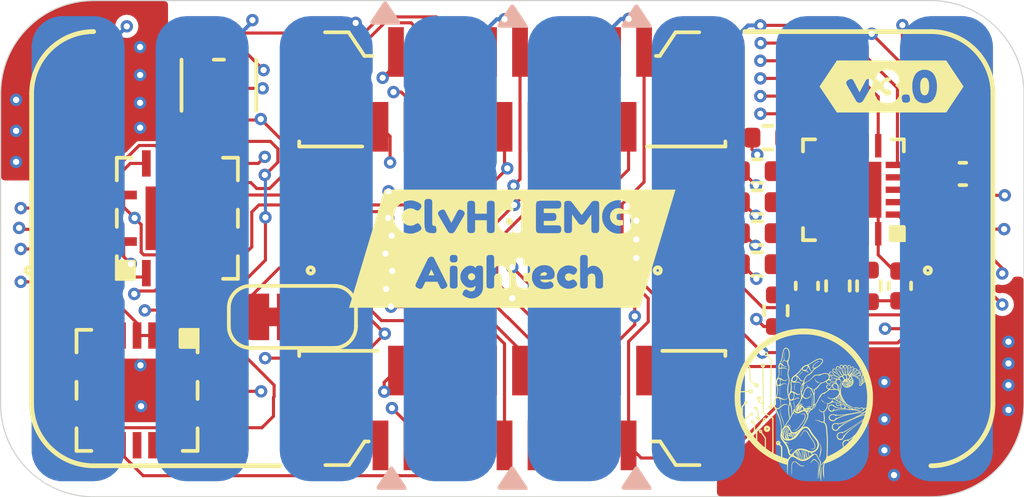
<source format=kicad_pcb>
(kicad_pcb (version 20211014) (generator pcbnew)
  (title_block (title "CleverHand - EMG") (date "2022-10-26") (rev "3.0") (company "Alexis Devillard"))
  (layers (0 "F.Cu" signal "Front") (1 "In1.Cu" signal) (2 "In2.Cu" signal) (31 "B.Cu" signal "Back") (34 "B.Paste" user) (35 "F.Paste" user) (36 "B.SilkS" user "B.Silkscreen") (37 "F.SilkS" user "F.Silkscreen") (38 "B.Mask" user) (39 "F.Mask" user) (44 "Edge.Cuts" user))
  (net 0 "")
  (net 1 "Net-(R1-Pad1)")
  (net 2 "/MCLK")
  (net 3 "Net-(R2-Pad1)")
  (net 4 "/IRQ")
  (net 5 "Net-(R3-Pad1)")
  (net 6 "Net-(R4-Pad1)")
  (net 7 "Net-(R5-Pad1)")
  (net 8 "Net-(U1-Pad2)")
  (net 9 "Net-(D2-Pad3)")
  (net 10 "Net-(R6-Pad1)")
  (net 11 "Net-(R7-Pad1)")
  (net 12 "/SCK")
  (net 13 "/SDI")
  (net 14 "/SDO")
  (net 15 "+3.3VA")
  (net 16 "GNDA")
  (net 17 "/S3")
  (net 18 "/S2")
  (net 19 "Net-(J1-Pad8)")
  (net 20 "Net-(J1-Pad14)")
  (net 21 "Net-(J1-Pad15)")
  (net 29 "/CH0")
  (net 30 "Net-(D1-Pad3)")
  (net 31 "Net-(D3-Pad3)")
  (net 32 "/CH1")
  (net 33 "/CH2")
  (net 34 "/CH3")
  (net 35 "/CH4")
  (net 36 "/CH5")
  (net 37 "/CH6")
  (net 38 "/CH7")
  (net 39 "/cs_adc")
  (net 40 "GND")
  (net 41 "+3.3V")
  (net 42 "/carry1")
  (net 43 "/A2")
  (net 44 "/carry2")
  (net 45 "/A3")
  (net 46 "/S0")
  (net 47 "/A0")
  (net 48 "/S1")
  (net 49 "/carry0")
  (net 50 "/A1")
  (net 51 "Net-(R8-Pad1)")
  (net 52 "/NEO_IN")
  (net 53 "/NEO_OUT")
  (net 54 "/CH_REF")
  (net 55 "Net-(D2-Pad1)")
  (footprint "00_Custom:SN74LVC86ARGYR" (layer "F.Cu") (at 146.7 100.019501 90)
    (fp_text reference "U2" hide)
    (fp_text value "SN74LVC86ARGYR" hide)
  )
  (footprint "00_Custom:neopixel_1515" (layer "F.Cu") (at 152 101 90)
    (fp_text reference "D2" hide)
    (fp_text value "1515" hide)
  )
  (footprint "Jumper:SolderJumper-3_P1.3mm_Bridged12_RoundedPad1.0x1.5mm_NumberLabels" (layer "F.Cu") (at 150.41 103.2)
    (fp_text reference "JP1" hide)
    (fp_text value "1-4_neo_bridge" hide)
  )
  (footprint "00_Custom:neopixel_1515" (layer "F.Cu") (at 142.9 101 90)
    (fp_text reference "D1" hide)
    (fp_text value "1515" hide)
  )
  (footprint "LOGO" (layer "F.Cu") (at 166.91 105.97)
    (fp_text reference "G***" hide)
    (fp_text value "LOGO" hide)
  )
  (footprint "Capacitor_SMD:C_0402_1005Metric" (layer "F.Cu") (at 172.03 98.59)
    (fp_text reference "C3" hide)
    (fp_text value "10uF" hide)
  )
  (footprint "Capacitor_SMD:C_0402_1005Metric" (layer "F.Cu") (at 167 102.2 90)
    (fp_text reference "C2" hide)
    (fp_text value "100nF" hide)
  )
  (footprint "Resistor_SMD:R_0402_1005Metric" (layer "F.Cu") (at 169 102.2 -90)
    (fp_text reference "R7" hide)
    (fp_text value "10R" hide)
  )
  (footprint "00_Custom:SN74LVC1G132DCKR" (layer "F.Cu") (at 148.04 95.73 90)
    (fp_text reference "U5" hide)
    (fp_text value "DCK5" hide)
  )
  (footprint "00_Custom:MCP3564RT-E&slash_NC" (layer "F.Cu") (at 168.5 99.1 180)
    (fp_text reference "U1" hide)
    (fp_text value "MCP3564RT-ENC" hide)
  )
  (footprint "00_Custom:XF2J-1824-12A" (layer "F.Cu") (at 161.749999 94.657 180)
    (fp_text reference "J2" hide)
    (fp_text value "COM_OUT" hide)
  )
  (footprint "Capacitor_SMD:C_0402_1005Metric" (layer "F.Cu") (at 170 102.2 -90)
    (fp_text reference "C1" hide)
    (fp_text value "100nF" hide)
  )
  (footprint "Resistor_SMD:R_0402_1005Metric" (layer "F.Cu") (at 165.4 101.5 180)
    (fp_text reference "R2" hide)
    (fp_text value "10R" hide)
  )
  (footprint "Resistor_SMD:R_0402_1005Metric" (layer "F.Cu") (at 166 103 -90)
    (fp_text reference "R1" hide)
    (fp_text value "10R" hide)
  )
  (footprint "00_Custom:SN74ALVC08RGYR" (layer "F.Cu") (at 145.400001 105.569001 -90)
    (fp_text reference "U4" hide)
    (fp_text value "SN74ALVC08RGYR" hide)
  )
  (footprint "Resistor_SMD:R_0402_1005Metric" (layer "F.Cu") (at 165.4 100.5 180)
    (fp_text reference "R3" hide)
    (fp_text value "10R" hide)
  )
  (footprint "kibuzzard-635971E5" (layer "F.Cu") (at 157.5 101)
    (fp_text reference "kibuzzard-635971E5" hide)
    (fp_text value "G***" hide)
  )
  (footprint "00_Custom:neopixel_1515" (layer "F.Cu") (at 163.19 101 90)
    (fp_text reference "D3" hide)
    (fp_text value "1515" hide)
  )
  (footprint "Resistor_SMD:R_0402_1005Metric" (layer "F.Cu") (at 168 102.2 -90)
    (fp_text reference "R8" hide)
    (fp_text value "10R" hide)
  )
  (footprint "Resistor_SMD:R_0402_1005Metric" (layer "F.Cu") (at 165.74 97.42 180)
    (fp_text reference "R6" hide)
    (fp_text value "10R" hide)
  )
  (footprint "00_Custom:XF2J-1824-12A" (layer "F.Cu") (at 153.250001 107.343)
    (fp_text reference "J1" hide)
    (fp_text value "COM_IN" hide)
  )
  (footprint "kibuzzard-63597494" (layer "F.Cu") (at 169.73 95.77)
    (fp_text reference "kibuzzard-63597494" hide)
    (fp_text value "G***" hide)
  )
  (footprint "Resistor_SMD:R_0402_1005Metric" (layer "F.Cu") (at 165.4 98.5 180)
    (fp_text reference "R5" hide)
    (fp_text value "10R" hide)
  )
  (footprint "Resistor_SMD:R_0402_1005Metric" (layer "F.Cu") (at 165.4 99.5 180)
    (fp_text reference "R4" hide)
    (fp_text value "10R" hide)
  )
  (footprint "00_Custom:neopixel_1515" (layer "F.Cu") (at 171.9 101 90)
    (fp_text reference "D4" hide)
    (fp_text value "1515" hide)
  )
  (gr_poly (pts (xy 157.5 108.1) (xy 157.1 108.7) (xy 157.9 108.7)) (layer "B.SilkS") (width 0.1524) (fill solid))
  (gr_poly (pts (xy 157.5 93.2) (xy 157.1 93.8) (xy 157.9 93.8)) (layer "B.SilkS") (width 0.1524) (fill solid))
  (gr_poly (pts (xy 161.5 93.2) (xy 161.1 93.8) (xy 161.9 93.8)) (layer "B.SilkS") (width 0.1524) (fill solid))
  (gr_poly (pts (xy 153.6 108.1) (xy 153.2 108.7) (xy 154 108.7)) (layer "B.SilkS") (width 0.1524) (fill solid))
  (gr_poly (pts (xy 161.5 108.1) (xy 161.1 108.7) (xy 161.9 108.7)) (layer "B.SilkS") (width 0.1524) (fill solid))
  (gr_poly (pts (xy 153.4 93.1) (xy 153 93.7) (xy 153.8 93.7)) (layer "B.SilkS") (width 0.1524) (fill solid))
  (gr_arc (start 144.000006 108) (mid 142.585789 107.414216) (end 142.000006 106) (layer "F.SilkS") (width 0.1524))
  (gr_line (start 150 108) (end 144.000006 108) (layer "F.SilkS") (width 0.1524))
  (gr_arc (start 171 94) (mid 172.414214 94.585786) (end 173 96) (layer "F.SilkS") (width 0.1524))
  (gr_arc (start 173 106) (mid 172.414216 107.414216) (end 171 108) (layer "F.SilkS") (width 0.1524))
  (gr_line (start 171 94) (end 165 94) (layer "F.SilkS") (width 0.1524))
  (gr_line (start 142.000006 106) (end 142 96) (layer "F.SilkS") (width 0.1524))
  (gr_arc (start 142 96) (mid 142.585784 94.585784) (end 144 94) (layer "F.SilkS") (width 0.1524))
  (gr_line (start 173 106) (end 173 96) (layer "F.SilkS") (width 0.1524))
  (gr_arc (start 144 109) (mid 141.87868 108.12132) (end 141 106) (layer "Edge.Cuts") (width 0.0381))
  (gr_line (start 174 96) (end 174 106) (layer "Edge.Cuts") (width 0.0381))
  (gr_line (start 144 93) (end 171 93) (layer "Edge.Cuts") (width 0.0381))
  (gr_arc (start 141 96) (mid 141.87868 93.87868) (end 144 93) (layer "Edge.Cuts") (width 0.0381))
  (gr_line (start 141 106) (end 141 96) (layer "Edge.Cuts") (width 0.0381))
  (gr_arc (start 174 106) (mid 173.12132 108.12132) (end 171 109) (layer "Edge.Cuts") (width 0.0381))
  (gr_arc (start 171 93) (mid 173.12132 93.87868) (end 174 96) (layer "Edge.Cuts") (width 0.0381))
  (gr_line (start 171 109) (end 144 109) (layer "Edge.Cuts") (width 0.0381))
  (segment (start 166.38 102.11) (end 166 102.49) (width 0.1) (layer "F.Cu") (net 1))
  (segment (start 167.699999 100.52) (end 167.422602 100.52) (width 0.1) (layer "F.Cu") (net 1))
  (segment (start 166.38 101.562602) (end 166.38 102.11) (width 0.1) (layer "F.Cu") (net 1))
  (segment (start 167.422602 100.52) (end 166.38 101.562602) (width 0.1) (layer "F.Cu") (net 1))
  (segment (start 165.61 103.51) (end 165.37 103.27) (width 0.1) (layer "F.Cu") (net 2))
  (segment (start 157 102.1) (end 157 100.763062) (width 0.1) (layer "F.Cu") (net 2))
  (segment (start 157.5 102.6) (end 158.75 103.85) (width 0.1) (layer "F.Cu") (net 2))
  (segment (start 158.75 103.85) (end 158.75 104.93) (width 0.1) (layer "F.Cu") (net 2))
  (segment (start 166 103.51) (end 165.61 103.51) (width 0.1) (layer "F.Cu") (net 2))
  (segment (start 157 100.763062) (end 158.75 99.013062) (width 0.1) (layer "F.Cu") (net 2))
  (segment (start 157.5 102.6) (end 157 102.1) (width 0.1) (layer "F.Cu") (net 2))
  (segment (start 158.75 99.013062) (end 158.75 94.657) (width 0.1) (layer "F.Cu") (net 2))
  (via (at 157.5 102.6) (size 0.4) (drill 0.2) (layers "F.Cu" "B.Cu") (net 2))
  (via (at 165.37 103.27) (size 0.4) (drill 0.2) (layers "F.Cu" "B.Cu") (net 2))
  (segment (start 165.91 101.5) (end 167.08 100.33) (width 0.1) (layer "F.Cu") (net 3))
  (segment (start 167.08 100.33) (end 167.08 99.900001) (width 0.1) (layer "F.Cu") (net 3))
  (segment (start 157.5 100.8) (end 159.249999 99.050001) (width 0.1) (layer "F.Cu") (net 4))
  (segment (start 159.249999 99.050001) (end 159.249999 97.07) (width 0.1) (layer "F.Cu") (net 4))
  (segment (start 165.37 101.97) (end 164.9 101.5) (width 0.1) (layer "F.Cu") (net 4))
  (segment (start 157.5 101.6) (end 159.249999 103.349999) (width 0.1) (layer "F.Cu") (net 4))
  (segment (start 159.249999 103.349999) (end 159.249999 107.343) (width 0.1) (layer "F.Cu") (net 4))
  (segment (start 157.5 101.6) (end 157.5 100.8) (width 0.1) (layer "F.Cu") (net 4))
  (segment (start 164.9 101.5) (end 164.89 101.5) (width 0.1) (layer "F.Cu") (net 4))
  (via (at 157.5 101.6) (size 0.4) (drill 0.2) (layers "F.Cu" "B.Cu") (net 4))
  (via (at 165.37 101.97) (size 0.4) (drill 0.2) (layers "F.Cu" "B.Cu") (net 4))
  (segment (start 166.510901 99.899099) (end 166.510901 99.607501) (width 0.1) (layer "F.Cu") (net 5))
  (segment (start 166.618403 99.499999) (end 167.08 99.499999) (width 0.1) (layer "F.Cu") (net 5))
  (segment (start 166.510901 99.607501) (end 166.618403 99.499999) (width 0.1) (layer "F.Cu") (net 5))
  (segment (start 165.91 100.5) (end 166.510901 99.899099) (width 0.1) (layer "F.Cu") (net 5))
  (segment (start 165.91 99.5) (end 166.23 99.5) (width 0.1) (layer "F.Cu") (net 6))
  (segment (start 166.23 99.5) (end 166.63 99.1) (width 0.1) (layer "F.Cu") (net 6))
  (segment (start 166.63 99.1) (end 167.08 99.1) (width 0.1) (layer "F.Cu") (net 6))
  (segment (start 166.370001 98.700001) (end 167.08 98.700001) (width 0.1) (layer "F.Cu") (net 7))
  (segment (start 165.91 98.5) (end 166.17 98.5) (width 0.1) (layer "F.Cu") (net 7))
  (segment (start 166.17 98.5) (end 166.370001 98.700001) (width 0.1) (layer "F.Cu") (net 7))
  (segment (start 169.92 99.499999) (end 170.640001 99.499999) (width 0.1) (layer "F.Cu") (net 8))
  (segment (start 170.640001 99.499999) (end 171.55 98.59) (width 0.1) (layer "F.Cu") (net 8))
  (segment (start 161.5 101.3) (end 162.391999 101.3) (width 0.1) (layer "F.Cu") (net 9))
  (segment (start 153.61 100.58) (end 152.678001 100.58) (width 0.1) (layer "F.Cu") (net 9))
  (segment (start 162.391999 101.3) (end 162.715 101.623001) (width 0.1) (layer "F.Cu") (net 9))
  (segment (start 152.678001 100.58) (end 152.475 100.376999) (width 0.1) (layer "F.Cu") (net 9))
  (via (at 153.61 100.58) (size 0.4) (drill 0.2) (layers "F.Cu" "B.Cu") (net 9))
  (via (at 161.5 101.3) (size 0.4) (drill 0.2) (layers "F.Cu" "B.Cu") (net 9))
  (segment (start 167.08 98.299999) (end 166.25 97.469999) (width 0.1) (layer "F.Cu") (net 10))
  (segment (start 166.25 97.469999) (end 166.25 97.42) (width 0.1) (layer "F.Cu") (net 10))
  (segment (start 168.899999 101.589999) (end 169 101.69) (width 0.1) (layer "F.Cu") (net 11))
  (segment (start 168.899999 100.52) (end 168.899999 101.589999) (width 0.1) (layer "F.Cu") (net 11))
  (segment (start 156.1 99.65) (end 156.1 102.918901) (width 0.1) (layer "F.Cu") (net 12))
  (segment (start 156.1 102.918901) (end 157.250001 104.068902) (width 0.1) (layer "F.Cu") (net 12))
  (segment (start 165.36 98.96) (end 164.9 98.5) (width 0.1) (layer "F.Cu") (net 12))
  (segment (start 157.25 98.32) (end 157.25 97.07) (width 0.1) (layer "F.Cu") (net 12))
  (segment (start 157.34 98.41) (end 156.1 99.65) (width 0.1) (layer "F.Cu") (net 12))
  (segment (start 157.250001 104.068902) (end 157.250001 107.343) (width 0.1) (layer "F.Cu") (net 12))
  (segment (start 157.34 98.41) (end 157.25 98.32) (width 0.1) (layer "F.Cu") (net 12))
  (segment (start 164.9 98.5) (end 164.89 98.5) (width 0.1) (layer "F.Cu") (net 12))
  (via (at 157.34 98.41) (size 0.4) (drill 0.2) (layers "F.Cu" "B.Cu") (net 12))
  (via (at 165.36 98.96) (size 0.4) (drill 0.2) (layers "F.Cu" "B.Cu") (net 12))
  (segment (start 157.749999 98.760001) (end 157.749999 94.657) (width 0.1) (layer "F.Cu") (net 13))
  (segment (start 164.91 99.5) (end 164.89 99.5) (width 0.1) (layer "F.Cu") (net 13))
  (segment (start 157.54 98.97) (end 156.4 100.11) (width 0.1) (layer "F.Cu") (net 13))
  (segment (start 157.75 104.262017) (end 157.75 104.93) (width 0.1) (layer "F.Cu") (net 13))
  (segment (start 165.35 99.94) (end 164.91 99.5) (width 0.1) (layer "F.Cu") (net 13))
  (segment (start 156.4 100.11) (end 156.4 102.912017) (width 0.1) (layer "F.Cu") (net 13))
  (segment (start 157.54 98.97) (end 157.749999 98.760001) (width 0.1) (layer "F.Cu") (net 13))
  (segment (start 156.4 102.912017) (end 157.75 104.262017) (width 0.1) (layer "F.Cu") (net 13))
  (via (at 165.35 99.94) (size 0.4) (drill 0.2) (layers "F.Cu" "B.Cu") (net 13))
  (via (at 157.54 98.97) (size 0.4) (drill 0.2) (layers "F.Cu" "B.Cu") (net 13))
  (segment (start 157.56 99.59) (end 158.249999 98.900001) (width 0.1) (layer "F.Cu") (net 14))
  (segment (start 158.249999 97.070002) (end 158.250001 97.07) (width 0.1) (layer "F.Cu") (net 14))
  (segment (start 156.7 100.45) (end 156.7 102.573062) (width 0.1) (layer "F.Cu") (net 14))
  (segment (start 158.249999 104.109999) (end 158.249999 107.343) (width 0.1) (layer "F.Cu") (net 14))
  (segment (start 157.3435 103.2035) (end 158.249999 104.109999) (width 0.1) (layer "F.Cu") (net 14))
  (segment (start 156.7 102.573062) (end 157.330438 103.2035) (width 0.1) (layer "F.Cu") (net 14))
  (segment (start 158.249999 98.900001) (end 158.249999 97.070002) (width 0.1) (layer "F.Cu") (net 14))
  (segment (start 165.34 100.91) (end 164.93 100.5) (width 0.1) (layer "F.Cu") (net 14))
  (segment (start 164.93 100.5) (end 164.89 100.5) (width 0.1) (layer "F.Cu") (net 14))
  (segment (start 157.330438 103.2035) (end 157.3435 103.2035) (width 0.1) (layer "F.Cu") (net 14))
  (segment (start 157.56 99.59) (end 156.7 100.45) (width 0.1) (layer "F.Cu") (net 14))
  (via (at 165.34 100.91) (size 0.4) (drill 0.2) (layers "F.Cu" "B.Cu") (net 14))
  (via (at 157.56 99.59) (size 0.4) (drill 0.2) (layers "F.Cu" "B.Cu") (net 14))
  (segment (start 162.17 104.93) (end 162.5521 104.5479) (width 0.1) (layer "F.Cu") (net 15))
  (segment (start 169.03 102.68) (end 169 102.71) (width 0.1) (layer "F.Cu") (net 15))
  (segment (start 162.27 102.683062) (end 161.04 101.453062) (width 0.1) (layer "F.Cu") (net 15))
  (segment (start 170 102.68) (end 169.03 102.68) (width 0.1) (layer "F.Cu") (net 15))
  (segment (start 161.749999 104.93) (end 162.17 104.93) (width 0.1) (layer "F.Cu") (net 15))
  (segment (start 162.27 104.409999) (end 162.27 102.683062) (width 0.1) (layer "F.Cu") (net 15))
  (segment (start 162.5521 104.5479) (end 164.2479 104.5479) (width 0.1) (layer "F.Cu") (net 15))
  (segment (start 161.749999 98.850001) (end 161.749999 94.657) (width 0.1) (layer "F.Cu") (net 15))
  (segment (start 166.91 104.8) (end 169 102.71) (width 0.1) (layer "F.Cu") (net 15))
  (segment (start 161.749999 104.93) (end 162.27 104.409999) (width 0.1) (layer "F.Cu") (net 15))
  (segment (start 164.2479 104.5479) (end 164.5 104.8) (width 0.1) (layer "F.Cu") (net 15))
  (segment (start 161.04 101.453062) (end 161.04 99.56) (width 0.1) (layer "F.Cu") (net 15))
  (segment (start 164.5 104.8) (end 166.91 104.8) (width 0.1) (layer "F.Cu") (net 15))
  (segment (start 161.04 99.56) (end 161.749999 98.850001) (width 0.1) (layer "F.Cu") (net 15))
  (segment (start 164.353358 107.7505) (end 161.6575 107.7505) (width 0.1) (layer "F.Cu") (net 16))
  (segment (start 161.8835 103.359562) (end 161.8835 102.603446) (width 0.1) (layer "F.Cu") (net 16))
  (segment (start 169.300001 101.200001) (end 169.82 101.72) (width 0.1) (layer "F.Cu") (net 16))
  (segment (start 171.59598 99.25) (end 171.031 99.81498) (width 0.1) (layer "F.Cu") (net 16))
  (segment (start 170 101.72) (end 170.54 102.26) (width 0.1) (layer "F.Cu") (net 16))
  (segment (start 161.25 98.45) (end 161.25 97.07) (width 0.1) (layer "F.Cu") (net 16))
  (segment (start 160.823 98.877) (end 161.25 98.45) (width 0.1) (layer "F.Cu") (net 16))
  (segment (start 169.82 101.72) (end 170 101.72) (width 0.1) (layer "F.Cu") (net 16))
  (segment (start 170.271572 103.1335) (end 168.970358 103.1335) (width 0.1) (layer "F.Cu") (net 16))
  (segment (start 169.300001 99.900001) (end 168.5 99.1) (width 0.1) (layer "F.Cu") (net 16))
  (segment (start 161.8835 102.603446) (end 160.823 101.542946) (width 0.1) (layer "F.Cu") (net 16))
  (segment (start 170.54 102.26) (end 170.54 102.865072) (width 0.1) (layer "F.Cu") (net 16))
  (segment (start 161.25 107.343) (end 161.25 103.993062) (width 0.1) (layer "F.Cu") (net 16))
  (segment (start 171.031 99.81498) (end 171.031 102.939) (width 0.1) (layer "F.Cu") (net 16))
  (segment (start 161.25 103.993062) (end 161.8835 103.359562) (width 0.1) (layer "F.Cu") (net 16))
  (segment (start 170.54 102.865072) (end 170.271572 103.1335) (width 0.1) (layer "F.Cu") (net 16))
  (segment (start 161.6575 107.7505) (end 161.25 107.343) (width 0.1) (layer "F.Cu") (net 16))
  (segment (start 169.300001 100.52) (end 169.300001 101.200001) (width 0.1) (layer "F.Cu") (net 16))
  (segment (start 168.970358 103.1335) (end 164.353358 107.7505) (width 0.1) (layer "F.Cu") (net 16))
  (segment (start 169.93 104.04) (end 168.08 104.04) (width 0.1) (layer "F.Cu") (net 16))
  (segment (start 171.85 99.25) (end 171.59598 99.25) (width 0.1) (layer "F.Cu") (net 16))
  (segment (start 160.823 101.542946) (end 160.823 98.877) (width 0.1) (layer "F.Cu") (net 16))
  (segment (start 171.031 102.939) (end 169.93 104.04) (width 0.1) (layer "F.Cu") (net 16))
  (segment (start 169.300001 100.52) (end 169.300001 99.900001) (width 0.1) (layer "F.Cu") (net 16))
  (segment (start 172.51 98.59) (end 171.85 99.25) (width 0.1) (layer "F.Cu") (net 16))
  (segment (start 152.65 94.45) (end 152.65 97.1835) (width 0.1) (layer "F.Cu") (net 17))
  (segment (start 153.3831 93.7169) (end 152.65 94.45) (width 0.1) (layer "F.Cu") (net 17))
  (segment (start 154.75 94.657) (end 154.75 94.23) (width 0.1) (layer "F.Cu") (net 17))
  (segment (start 150.564 99.2695) (end 148.431 99.2695) (width 0.1) (layer "F.Cu") (net 17))
  (segment (start 154.75 94.23) (end 154.2369 93.7169) (width 0.1) (layer "F.Cu") (net 17))
  (segment (start 154.2369 93.7169) (end 153.3831 93.7169) (width 0.1) (layer "F.Cu") (net 17))
  (segment (start 152.65 97.1835) (end 150.564 99.2695) (width 0.1) (layer "F.Cu") (net 17))
  (segment (start 152.18223 94.0462) (end 146.6738 94.0462) (width 0.1) (layer "F.Cu") (net 18))
  (segment (start 146.5 94.22) (end 146.5 98.0505) (width 0.1) (layer "F.Cu") (net 18))
  (segment (start 152.62397 94.14) (end 152.27603 94.14) (width 0.1) (layer "F.Cu") (net 18))
  (segment (start 153.23707 93.5269) (end 152.62397 94.14) (width 0.1) (layer "F.Cu") (net 18))
  (segment (start 155.249999 97.07) (end 155.249999 93.721899) (width 0.1) (layer "F.Cu") (net 18))
  (segment (start 155.249999 93.721899) (end 155.055 93.5269) (width 0.1) (layer "F.Cu") (net 18))
  (segment (start 152.27603 94.14) (end 152.18223 94.0462) (width 0.1) (layer "F.Cu") (net 18))
  (segment (start 146.5 98.0505) (end 146.7 98.2505) (width 0.1) (layer "F.Cu") (net 18))
  (segment (start 146.6738 94.0462) (end 146.5 94.22) (width 0.1) (layer "F.Cu") (net 18))
  (segment (start 155.055 93.5269) (end 153.23707 93.5269) (width 0.1) (layer "F.Cu") (net 18))
  (segment (start 156.749999 103.875784) (end 155.8 102.925785) (width 0.1) (layer "F.Cu") (net 19))
  (segment (start 156.749999 104.93) (end 156.749999 103.875784) (width 0.1) (layer "F.Cu") (net 19))
  (segment (start 156.6575 98.5425) (end 156.6575 94.749501) (width 0.1) (layer "F.Cu") (net 19))
  (segment (start 156.6575 94.749501) (end 156.750001 94.657) (width 0.1) (layer "F.Cu") (net 19))
  (segment (start 155.8 99.4) (end 156.6575 98.5425) (width 0.1) (layer "F.Cu") (net 19))
  (segment (start 155.8 102.925785) (end 155.8 99.4) (width 0.1) (layer "F.Cu") (net 19))
  (segment (start 159.750001 104.93) (end 159.75 94.657) (width 0.1) (layer "F.Cu") (net 20))
  (segment (start 160.25 107.343) (end 160.249999 97.07) (width 0.1) (layer "F.Cu") (net 21))
  (segment (start 171 98.6) (end 170.5 99.1) (width 0.1) (layer "F.Cu") (net 29))
  (segment (start 170.5 99.1) (end 169.92 99.1) (width 0.1) (layer "F.Cu") (net 29))
  (segment (start 170.08 93.79) (end 170.08 94.28) (width 0.1) (layer "F.Cu") (net 29))
  (segment (start 171 95.2) (end 171 98.6) (width 0.1) (layer "F.Cu") (net 29))
  (segment (start 170.08 94.28) (end 171 95.2) (width 0.1) (layer "F.Cu") (net 29))
  (via (at 170.08 93.79) (size 0.4) (drill 0.2) (layers "F.Cu" "B.Cu") (net 29))
  (segment (start 170.08 93.79) (end 170.4 94.11) (width 0.127) (layer "B.Cu") (net 29))
  (segment (start 142.757799 101.01) (end 143.375 100.392799) (width 0.1) (layer "F.Cu") (net 30))
  (segment (start 150.13 104.53) (end 150.41 104.25) (width 0.1) (layer "F.Cu") (net 30))
  (segment (start 141.65 101.01) (end 142.757799 101.01) (width 0.1) (layer "F.Cu") (net 30))
  (segment (start 143.375 100.392799) (end 143.375 100.376999) (width 0.1) (layer "F.Cu") (net 30))
  (segment (start 150.41 104.25) (end 150.41 103.2) (width 0.1) (layer "F.Cu") (net 30))
  (segment (start 149.53 104.53) (end 150.13 104.53) (width 0.1) (layer "F.Cu") (net 30))
  (via (at 141.65 101.01) (size 0.4) (drill 0.2) (layers "F.Cu" "B.Cu") (net 30))
  (via (at 149.53 104.53) (size 0.4) (drill 0.2) (layers "F.Cu" "B.Cu") (net 30))
  (segment (start 171.9968 101.051201) (end 171.425 101.623001) (width 0.1) (layer "F.Cu") (net 31))
  (segment (start 173.3 101.8) (end 173.3 101.630202) (width 0.1) (layer "F.Cu") (net 31))
  (segment (start 163.665 100.376999) (end 163.0932 99.805199) (width 0.1) (layer "F.Cu") (net 31))
  (segment (start 161.794801 99.805199) (end 161.5 100.1) (width 0.1) (layer "F.Cu") (net 31))
  (segment (start 163.0932 99.805199) (end 161.794801 99.805199) (width 0.1) (layer "F.Cu") (net 31))
  (segment (start 172.720999 101.051201) (end 171.9968 101.051201) (width 0.1) (layer "F.Cu") (net 31))
  (segment (start 173.3 101.630202) (end 172.720999 101.051201) (width 0.1) (layer "F.Cu") (net 31))
  (via (at 161.5 100.1) (size 0.4) (drill 0.2) (layers "F.Cu" "B.Cu") (net 31))
  (via (at 173.3 101.8) (size 0.4) (drill 0.2) (layers "F.Cu" "B.Cu") (net 31))
  (segment (start 170.6 95.58) (end 170.6 98.5256) (width 0.1) (layer "F.Cu") (net 32))
  (segment (start 169.09 94.07) (end 170.6 95.58) (width 0.1) (layer "F.Cu") (net 32))
  (segment (start 170.425599 98.700001) (end 169.92 98.700001) (width 0.1) (layer "F.Cu") (net 32))
  (segment (start 170.6 98.5256) (end 170.425599 98.700001) (width 0.1) (layer "F.Cu") (net 32))
  (via (at 169.09 94.07) (size 0.4) (drill 0.2) (layers "F.Cu" "B.Cu") (net 32))
  (segment (start 168.86 94.3) (end 168.7 94.3) (width 0.127) (layer "B.Cu") (net 32))
  (segment (start 169.09 94.07) (end 168.86 94.3) (width 0.127) (layer "B.Cu") (net 32))
  (segment (start 169.92 98.299999) (end 169.92 95.82) (width 0.1) (layer "F.Cu") (net 33))
  (segment (start 167.9 93.8) (end 165.5 93.8) (width 0.1) (layer "F.Cu") (net 33))
  (segment (start 169.7 95.6) (end 167.9 93.8) (width 0.1) (layer "F.Cu") (net 33))
  (segment (start 169.92 95.82) (end 169.7 95.6) (width 0.1) (layer "F.Cu") (net 33))
  (via (at 165.5 93.8) (size 0.4) (drill 0.2) (layers "F.Cu" "B.Cu") (net 33))
  (segment (start 165.1 93.8) (end 164.5 94.4) (width 0.127) (layer "B.Cu") (net 33))
  (segment (start 165.5 93.8) (end 165.1 93.8) (width 0.127) (layer "B.Cu") (net 33))
  (segment (start 167.57 94.37) (end 169.300001 96.100001) (width 0.1) (layer "F.Cu") (net 34))
  (segment (start 169.300001 96.100001) (end 169.300001 97.68) (width 0.1) (layer "F.Cu") (net 34))
  (segment (start 165.51 94.37) (end 167.57 94.37) (width 0.1) (layer "F.Cu") (net 34))
  (via (at 165.51 94.37) (size 0.4) (drill 0.2) (layers "F.Cu" "B.Cu") (net 34))
  (via (at 161.25 93.59) (size 0.4) (drill 0.2) (layers "F.Cu" "B.Cu") (net 34))
  (segment (start 161.01 93.59) (end 160.45 94.15) (width 0.127) (layer "B.Cu") (net 34))
  (segment (start 161.25 93.59) (end 161.01 93.59) (width 0.127) (layer "B.Cu") (net 34))
  (segment (start 165.5 94.94) (end 167.34 94.94) (width 0.1) (layer "F.Cu") (net 35))
  (segment (start 168.899999 96.499999) (end 168.899999 97.68) (width 0.1) (layer "F.Cu") (net 35))
  (segment (start 167.34 94.94) (end 168.899999 96.499999) (width 0.1) (layer "F.Cu") (net 35))
  (via (at 157.25 93.6) (size 0.4) (drill 0.2) (layers "F.Cu" "B.Cu") (net 35))
  (via (at 165.5 94.94) (size 0.4) (drill 0.2) (layers "F.Cu" "B.Cu") (net 35))
  (segment (start 157.25 93.6) (end 157 93.6) (width 0.127) (layer "B.Cu") (net 35))
  (segment (start 157 93.6) (end 156.4 94.2) (width 0.127) (layer "B.Cu") (net 35))
  (segment (start 165.5 95.51) (end 167.11 95.51) (width 0.1) (layer "F.Cu") (net 36))
  (segment (start 168.5 96.9) (end 168.5 97.68) (width 0.1) (layer "F.Cu") (net 36))
  (segment (start 167.11 95.51) (end 168.5 96.9) (width 0.1) (layer "F.Cu") (net 36))
  (via (at 165.5 95.51) (size 0.4) (drill 0.2) (layers "F.Cu" "B.Cu") (net 36))
  (via (at 152.45 93.72) (size 0.4) (drill 0.2) (layers "F.Cu" "B.Cu") (net 36))
  (segment (start 152.45 93.97) (end 152.39 94.03) (width 0.127) (layer "B.Cu") (net 36))
  (segment (start 152.45 93.72) (end 152.45 93.97) (width 0.127) (layer "B.Cu") (net 36))
  (segment (start 165.5 96.08) (end 166.98 96.08) (width 0.1) (layer "F.Cu") (net 37))
  (segment (start 166.98 96.08) (end 168.100001 97.200001) (width 0.1) (layer "F.Cu") (net 37))
  (segment (start 168.100001 97.200001) (end 168.100001 97.68) (width 0.1) (layer "F.Cu") (net 37))
  (via (at 149.12 93.63) (size 0.4) (drill 0.2) (layers "F.Cu" "B.Cu") (net 37))
  (via (at 165.5 96.08) (size 0.4) (drill 0.2) (layers "F.Cu" "B.Cu") (net 37))
  (segment (start 149.12 93.68) (end 148.4 94.4) (width 0.127) (layer "B.Cu") (net 37))
  (segment (start 149.12 93.63) (end 149.12 93.68) (width 0.127) (layer "B.Cu") (net 37))
  (segment (start 165.5 96.65) (end 166.85 96.65) (width 0.1) (layer "F.Cu") (net 38))
  (segment (start 167.699999 97.499999) (end 167.699999 97.68) (width 0.1) (layer "F.Cu") (net 38))
  (segment (start 166.85 96.65) (end 167.699999 97.499999) (width 0.1) (layer "F.Cu") (net 38))
  (via (at 145.07 93.83) (size 0.4) (drill 0.2) (layers "F.Cu" "B.Cu") (net 38))
  (via (at 165.5 96.65) (size 0.4) (drill 0.2) (layers "F.Cu" "B.Cu") (net 38))
  (segment (start 145.07 93.83) (end 144.6 94.3) (width 0.127) (layer "B.Cu") (net 38))
  (segment (start 165.23 97.42) (end 165.23 97.8) (width 0.1) (layer "F.Cu") (net 39))
  (segment (start 149.48 95.24) (end 148.848849 94.608849) (width 0.1) (layer "F.Cu") (net 39))
  (segment (start 165.23 97.8) (end 165.4 97.97) (width 0.1) (layer "F.Cu") (net 39))
  (segment (start 148.848849 94.608849) (end 148.689999 94.608849) (width 0.1) (layer "F.Cu") (net 39))
  (via (at 165.4 97.97) (size 0.4) (drill 0.2) (layers "F.Cu" "B.Cu") (net 39))
  (via (at 149.48 95.24) (size 0.4) (drill 0.2) (layers "F.Cu" "B.Cu") (net 39))
  (segment (start 167.52 101.2) (end 167 101.72) (width 0.1) (layer "F.Cu") (net 40))
  (segment (start 145.400001 104.869999) (end 145.400001 105.569001) (width 0.1) (layer "F.Cu") (net 40))
  (segment (start 167 101.79) (end 166.46 102.33) (width 0.1) (layer "F.Cu") (net 40))
  (segment (start 163.967799 100.96) (end 163.298001 100.96) (width 0.1) (layer "F.Cu") (net 40))
  (segment (start 147.849501 98.87) (end 146.7 100.019501) (width 0.1) (layer "F.Cu") (net 40))
  (segment (start 168.100001 101.025599) (end 167.9256 101.2) (width 0.1) (layer "F.Cu") (net 40))
  (segment (start 172.521999 99.28) (end 173.38 99.28) (width 0.1) (layer "F.Cu") (net 40))
  (segment (start 167.9256 101.2) (end 167.52 101.2) (width 0.1) (layer "F.Cu") (net 40))
  (segment (start 146.7 100.019501) (end 147.450001 100.769502) (width 0.1) (layer "F.Cu") (net 40))
  (segment (start 150.13 97.56) (end 150.13 98.60397) (width 0.1) (layer "F.Cu") (net 40))
  (segment (start 153.5 100.01) (end 153.295199 99.805199) (width 0.1) (layer "F.Cu") (net 40))
  (segment (start 161.5 100.7) (end 161.823001 100.376999) (width 0.1) (layer "F.Cu") (net 40))
  (segment (start 145.51 104.76) (end 145.400001 104.869999) (width 0.1) (layer "F.Cu") (net 40))
  (segment (start 141.644999 100.376999) (end 142.425 100.376999) (width 0.1) (layer "F.Cu") (net 40))
  (segment (start 149.26 99.06) (end 149.07 98.87) (width 0.1) (layer "F.Cu") (net 40))
  (segment (start 153.295199 99.805199) (end 152.0968 99.805199) (width 0.1) (layer "F.Cu") (net 40))
  (segment (start 143.669001 104.819) (end 144.65 104.819) (width 0.1) (layer "F.Cu") (net 40))
  (segment (start 161.823001 100.376999) (end 162.715 100.376999) (width 0.1) (layer "F.Cu") (net 40))
  (segment (start 163.298001 100.96) (end 162.715 100.376999) (width 0.1) (layer "F.Cu") (net 40))
  (segment (start 164.059 101.051201) (end 163.967799 100.96) (width 0.1) (layer "F.Cu") (net 40))
  (segment (start 165.581091 102.9) (end 164.059 101.377909) (width 0.1) (layer "F.Cu") (net 40))
  (segment (start 166.46 102.33) (end 166.46 102.738909) (width 0.1) (layer "F.Cu") (net 40))
  (segment (start 145.53 106.08) (end 145.400001 105.950001) (width 0.1) (layer "F.Cu") (net 40))
  (segment (start 149.358849 96.851151) (end 149.39 96.82) (width 0.1) (layer "F.Cu") (net 40))
  (segment (start 144.65 104.819) (end 145.400001 105.569001) (width 0.1) (layer "F.Cu") (net 40))
  (segment (start 145.400001 105.950001) (end 145.400001 105.569001) (width 0.1) (layer "F.Cu") (net 40))
  (segment (start 141.598 100.33) (end 141.644999 100.376999) (width 0.1) (layer "F.Cu") (net 40))
  (segment (start 153.37 105.31) (end 153.75 104.93) (width 0.1) (layer "F.Cu") (net 40))
  (segment (start 152.0968 99.805199) (end 151.525 100.376999) (width 0.1) (layer "F.Cu") (net 40))
  (segment (start 149.39 96.82) (end 150.13 97.56) (width 0.1) (layer "F.Cu") (net 40))
  (segment (start 148.689999 96.851151) (end 149.358849 96.851151) (width 0.1) (layer "F.Cu") (net 40))
  (segment (start 153.32 95.49) (end 153.75 95.06) (width 0.1) (layer "F.Cu") (net 40))
  (segment (start 164.059 101.377909) (end 164.059 101.051201) (width 0.1) (layer "F.Cu") (net 40))
  (segment (start 153.37 105.61) (end 153.37 105.31) (width 0.1) (layer "F.Cu") (net 40))
  (segment (start 149.67397 99.06) (end 149.26 99.06) (width 0.1) (layer "F.Cu") (net 40))
  (segment (start 172.521999 99.28) (end 171.425 100.376999) (width 0.1) (layer "F.Cu") (net 40))
  (segment (start 149.07 98.87) (end 147.849501 98.87) (width 0.1) (layer "F.Cu") (net 40))
  (segment (start 166.46 102.738909) (end 166.298909 102.9) (width 0.1) (layer "F.Cu") (net 40))
  (segment (start 153.75 95.06) (end 153.75 94.657) (width 0.1) (layer "F.Cu") (net 40))
  (segment (start 150.13 98.60397) (end 149.67397 99.06) (width 0.1) (layer "F.Cu") (net 40))
  (segment (start 168.100001 100.52) (end 168.100001 101.025599) (width 0.1) (layer "F.Cu") (net 40))
  (segment (start 167 101.72) (end 167 101.79) (width 0.1) (layer "F.Cu") (net 40))
  (segment (start 147.450001 100.769502) (end 148.111 100.769502) (width 0.1) (layer "F.Cu") (net 40))
  (segment (start 166.298909 102.9) (end 165.581091 102.9) (width 0.1) (layer "F.Cu") (net 40))
  (via (at 141.5 96.2) (size 0.4) (drill 0.2) (layers "F.Cu" "B.Cu") (net 40))
  (via (at 153.5 100.01) (size 0.4) (drill 0.2) (layers "F.Cu" "B.Cu") (net 40))
  (via (at 145.5 97.1) (size 0.4) (drill 0.2) (layers "F.Cu" "B.Cu") (net 40))
  (via (at 169.5 105.3) (size 0.4) (drill 0.2) (layers "F.Cu" "B.Cu") (net 40))
  (via (at 145.497692 94.498196) (size 0.4) (drill 0.2) (layers "F.Cu" "B.Cu") (net 40))
  (via (at 169.5 106.5) (size 0.4) (drill 0.2) (layers "F.Cu" "B.Cu") (net 40))
  (via (at 141.598 100.33) (size 0.4) (drill 0.2) (layers "F.Cu" "B.Cu") (net 40))
  (via (at 153.37 105.61) (size 0.4) (drill 0.2) (layers "F.Cu" "B.Cu") (net 40))
  (via (at 141.5 98.2) (size 0.4) (drill 0.2) (layers "F.Cu" "B.Cu") (net 40))
  (via (at 169.81 108.3) (size 0.4) (drill 0.2) (layers "F.Cu" "B.Cu") (net 40))
  (via (at 161.5 100.7) (size 0.4) (drill 0.2) (layers "F.Cu" "B.Cu") (net 40))
  (via (at 141.5 97.2) (size 0.4) (drill 0.2) (layers "F.Cu" "B.Cu") (net 40))
  (via (at 169.5 107.5) (size 0.4) (drill 0.2) (layers "F.Cu" "B.Cu") (net 40))
  (via (at 149.39 96.82) (size 0.4) (drill 0.2) (layers "F.Cu" "B.Cu") (net 40))
  (via (at 173.5 104) (size 0.4) (drill 0.2) (layers "F.Cu" "B.Cu") (net 40))
  (via (at 173.5 106.2) (size 0.4) (drill 0.2) (layers "F.Cu" "B.Cu") (net 40))
  (via (at 145.51 104.76) (size 0.4) (drill 0.2) (layers "F.Cu" "B.Cu") (net 40))
  (via (at 145.5 95.4) (size 0.4) (drill 0.2) (layers "F.Cu" "B.Cu") (net 40))
  (via (at 173.38 99.28) (size 0.4) (drill 0.2) (layers "F.Cu" "B.Cu") (net 40))
  (via (at 145.497692 96.296532) (size 0.4) (drill 0.2) (layers "F.Cu" "B.Cu") (net 40))
  (via (at 145.53 106.08) (size 0.4) (drill 0.2) (layers "F.Cu" "B.Cu") (net 40))
  (via (at 173.5 104.7) (size 0.4) (drill 0.2) (layers "F.Cu" "B.Cu") (net 40))
  (via (at 153.32 95.49) (size 0.4) (drill 0.2) (layers "F.Cu" "B.Cu") (net 40))
  (via (at 173.5 105.4) (size 0.4) (drill 0.2) (layers "F.Cu" "B.Cu") (net 40))
  (segment (start 153.39 103.74) (end 152.83 104.3) (width 0.1) (layer "F.Cu") (net 41))
  (segment (start 145.32 100.01) (end 145.533942 100.223942) (width 0.1) (layer "F.Cu") (net 41))
  (segment (start 152.83 104.3) (end 152.83 106.922999) (width 0.1) (layer "F.Cu") (net 41))
  (segment (start 153.39 103.74) (end 152.475 102.825) (width 0.1) (layer "F.Cu") (net 41))
  (segment (start 148.611152 95.83) (end 149.45 95.83) (width 0.1) (layer "F.Cu") (net 41))
  (segment (start 147.131001 104.819) (end 147.131001 106.319002) (width 0.1) (layer "F.Cu") (net 41))
  (segment (start 152.475 102.825) (end 152.475 101.623001) (width 0.1) (layer "F.Cu") (net 41))
  (segment (start 143.769 99.805199) (end 143.769 101.229001) (width 0.1) (layer "F.Cu") (net 41))
  (segment (start 145.533942 100.223942) (end 145.533942 101.116557) (width 0.1) (layer "F.Cu") (net 41))
  (segment (start 147.2 102.2) (end 146.899999 102.500001) (width 0.1) (layer "F.Cu") (net 41))
  (segment (start 153.250001 97.07) (end 153.56 97.379999) (width 0.1) (layer "F.Cu") (net 41))
  (segment (start 145.533942 101.116557) (end 145.617385 101.2) (width 0.1) (layer "F.Cu") (net 41))
  (segment (start 173.3 102.8) (end 172.351999 101.851999) (width 0.1) (layer "F.Cu") (net 41))
  (segment (start 147.912001 105.6) (end 147.131001 104.819) (width 0.1) (layer "F.Cu") (net 41))
  (segment (start 165.56 104.35) (end 163.665 102.455) (width 0.1) (layer "F.Cu") (net 41))
  (segment (start 153.56 97.379999) (end 153.56 98.22) (width 0.1) (layer "F.Cu") (net 41))
  (segment (start 168 102.71) (end 167.03 102.71) (width 0.1) (layer "F.Cu") (net 41))
  (segment (start 166.36 104.35) (end 168 102.71) (width 0.1) (layer "F.Cu") (net 41))
  (segment (start 145.617385 101.2) (end 146.9 101.2) (width 0.1) (layer "F.Cu") (net 41))
  (segment (start 167.03 102.71) (end 167 102.68) (width 0.1) (layer "F.Cu") (net 41))
  (segment (start 144.969 99.659) (end 145.32 100.01) (width 0.1) (layer "F.Cu") (net 41))
  (segment (start 147.390001 94.608849) (end 148.611152 95.83) (width 0.1) (layer "F.Cu") (net 41))
  (segment (start 143.769 101.229001) (end 143.375 101.623001) (width 0.1) (layer "F.Cu") (net 41))
  (segment (start 163.665 102.455) (end 163.665 101.623001) (width 0.1) (layer "F.Cu") (net 41))
  (segment (start 165.56 104.35) (end 166.36 104.35) (width 0.1) (layer "F.Cu") (net 41))
  (segment (start 149.4 105.6) (end 147.912001 105.6) (width 0.1) (layer "F.Cu") (net 41))
  (segment (start 146.899999 102.500001) (end 146.899999 104.587998) (width 0.1) (layer "F.Cu") (net 41))
  (segment (start 147.2 101.8) (end 147.2 102.2) (width 0.1) (layer "F.Cu") (net 41))
  (segment (start 146.9 101.2) (end 147.2 101.5) (width 0.1) (layer "F.Cu") (net 41))
  (segment (start 152.83 106.922999) (end 153.250001 107.343) (width 0.1) (layer "F.Cu") (net 41))
  (segment (start 172.351999 101.851999) (end 172.351999 101.648001) (width 0.1) (layer "F.Cu") (net 41))
  (segment (start 143.655801 99.692) (end 143.769 99.805199) (width 0.1) (layer "F.Cu") (net 41))
  (segment (start 141.65 99.692) (end 143.655801 99.692) (width 0.1) (layer "F.Cu") (net 41))
  (segment (start 146.9 104.587999) (end 147.131001 104.819) (width 0.1) (layer "F.Cu") (net 41))
  (segment (start 147.2 101.5) (end 147.2 101.8) (width 0.1) (layer "F.Cu") (net 41))
  (segment (start 144.969 99.2695) (end 144.969 99.659) (width 0.1) (layer "F.Cu") (net 41))
  (via (at 149.4 105.6) (size 0.4) (drill 0.2) (layers "F.Cu" "B.Cu") (net 41))
  (via (at 153.56 98.22) (size 0.4) (drill 0.2) (layers "F.Cu" "B.Cu") (net 41))
  (via (at 149.45 95.83) (size 0.4) (drill 0.2) (layers "F.Cu" "B.Cu") (net 41))
  (via (at 173.3 102.8) (size 0.4) (drill 0.2) (layers "F.Cu" "B.Cu") (net 41))
  (via (at 165.56 104.35) (size 0.4) (drill 0.2) (layers "F.Cu" "B.Cu") (net 41))
  (via (at 145.32 100.01) (size 0.4) (drill 0.2) (layers "F.Cu" "B.Cu") (net 41))
  (via (at 141.65 99.692) (size 0.4) (drill 0.2) (layers "F.Cu" "B.Cu") (net 41))
  (via (at 153.39 103.74) (size 0.4) (drill 0.2) (layers "F.Cu" "B.Cu") (net 41))
  (segment (start 144.399999 103.299999) (end 144 102.9) (width 0.1) (layer "F.Cu") (net 42))
  (segment (start 144.393 102.407) (end 144 102.8) (width 0.1) (layer "F.Cu") (net 42))
  (segment (start 143 106.969) (end 143 103.8) (width 0.1) (layer "F.Cu") (net 42))
  (segment (start 144 102.9) (end 144 102.8) (width 0.1) (layer "F.Cu") (net 42))
  (segment (start 144.4 107.338002) (end 143.369002 107.338002) (width 0.1) (layer "F.Cu") (net 42))
  (segment (start 143.369002 107.338002) (end 143 106.969) (width 0.1) (layer "F.Cu") (net 42))
  (segment (start 144.399999 103.799999) (end 144.399999 103.299999) (width 0.1) (layer "F.Cu") (net 42))
  (segment (start 145.1795 98.2505) (end 144.390558 99.039442) (width 0.1) (layer "F.Cu") (net 42))
  (segment (start 144.390558 99.039442) (end 144.390558 101.060514) (width 0.1) (layer "F.Cu") (net 42))
  (segment (start 145.699999 98.2505) (end 145.1795 98.2505) (width 0.1) (layer "F.Cu") (net 42))
  (segment (start 143 103.8) (end 144 102.8) (width 0.1) (layer "F.Cu") (net 42))
  (segment (start 144.390558 101.060514) (end 144.393 101.062956) (width 0.1) (layer "F.Cu") (net 42))
  (segment (start 144.393 101.062956) (end 144.393 102.407) (width 0.1) (layer "F.Cu") (net 42))
  (segment (start 145.597012 108.32) (end 155.07 108.32) (width 0.1) (layer "F.Cu") (net 43))
  (segment (start 144.176 101.814801) (end 144.176 101.15284) (width 0.1) (layer "F.Cu") (net 43))
  (segment (start 143.6 108) (end 142.783 107.183) (width 0.1) (layer "F.Cu") (net 43))
  (segment (start 144.900002 107.62299) (end 145.597012 108.32) (width 0.1) (layer "F.Cu") (net 43))
  (segment (start 155.07 108.32) (end 155.25 108.14) (width 0.1) (layer "F.Cu") (net 43))
  (segment (start 145.993453 97.672058) (end 146.200001 97.878606) (width 0.1) (layer "F.Cu") (net 43))
  (segment (start 142.783 103.207801) (end 144.176 101.814801) (width 0.1) (layer "F.Cu") (net 43))
  (segment (start 155.25 108.14) (end 155.25 107.343) (width 0.1) (layer "F.Cu") (net 43))
  (segment (start 144.176 101.15284) (end 144.173558 101.150398) (width 0.1) (layer "F.Cu") (net 43))
  (segment (start 144.730454 107.953444) (end 144.683898 108) (width 0.1) (layer "F.Cu") (net 43))
  (segment (start 145.089616 98.0335) (end 145.1065 98.0335) (width 0.1) (layer "F.Cu") (net 43))
  (segment (start 144.683898 108) (end 143.6 108) (width 0.1) (layer "F.Cu") (net 43))
  (segment (start 144.730454 107.50755) (end 144.730454 107.953444) (width 0.1) (layer "F.Cu") (net 43))
  (segment (start 145.1065 98.0335) (end 145.467942 97.672058) (width 0.1) (layer "F.Cu") (net 43))
  (segment (start 146.200001 97.878606) (end 146.200001 98.2505) (width 0.1) (layer "F.Cu") (net 43))
  (segment (start 145.467942 97.672058) (end 145.993453 97.672058) (width 0.1) (layer "F.Cu") (net 43))
  (segment (start 144.900002 107.338002) (end 144.900002 107.62299) (width 0.1) (layer "F.Cu") (net 43))
  (segment (start 142.783 107.183) (end 142.783 103.207801) (width 0.1) (layer "F.Cu") (net 43))
  (segment (start 144.900002 107.338002) (end 144.730454 107.50755) (width 0.1) (layer "F.Cu") (net 43))
  (segment (start 144.173558 98.949558) (end 145.089616 98.0335) (width 0.1) (layer "F.Cu") (net 43))
  (segment (start 144.173558 101.150398) (end 144.173558 98.949558) (width 0.1) (layer "F.Cu") (net 43))
  (segment (start 149.82 105.77397) (end 149.82 105.4) (width 0.1) (layer "F.Cu") (net 44))
  (segment (start 149.53397 98.62) (end 149.94 98.21397) (width 0.1) (layer "F.Cu") (net 44))
  (segment (start 149.8 106.4) (end 149.8 105.79397) (width 0.1) (layer "F.Cu") (net 44))
  (segment (start 147.047101 96.238002) (end 147 96.285103) (width 0.1) (layer "F.Cu") (net 44))
  (segment (start 149.42694 106.77306) (end 149.8 106.4) (width 0.1) (layer "F.Cu") (net 44))
  (segment (start 149.8 105.79397) (end 149.82 105.77397) (width 0.1) (layer "F.Cu") (net 44))
  (segment (start 147 98.050501) (end 147.199999 98.2505) (width 0.1) (layer "F.Cu") (net 44))
  (segment (start 148.39 97.54) (end 148.04 97.19) (width 0.1) (layer "F.Cu") (net 44))
  (segment (start 148.47 102.44) (end 149.54 101.37) (width 0.1) (layer "F.Cu") (net 44))
  (segment (start 143.669001 106.319002) (end 144.123059 106.77306) (width 0.1) (layer "F.Cu") (net 44))
  (segment (start 144.123059 106.77306) (end 149.42694 106.77306) (width 0.1) (layer "F.Cu") (net 44))
  (segment (start 149.82 105.4) (end 148.47 104.05) (width 0.1) (layer "F.Cu") (net 44))
  (segment (start 149.54 101.37) (end 149.54 99.99) (width 0.1) (layer "F.Cu") (net 44))
  (segment (start 149.52 98.62) (end 149.53397 98.62) (width 0.1) (layer "F.Cu") (net 44))
  (segment (start 148.47 104.05) (end 148.47 102.44) (width 0.1) (layer "F.Cu") (net 44))
  (segment (start 148.04 97.19) (end 148.04 96.851151) (width 0.1) (layer "F.Cu") (net 44))
  (segment (start 148.04 96.545101) (end 147.732901 96.238002) (width 0.1) (layer "F.Cu") (net 44))
  (segment (start 149.94 97.78) (end 149.7 97.54) (width 0.1) (layer "F.Cu") (net 44))
  (segment (start 147 96.285103) (end 147 98.050501) (width 0.1) (layer "F.Cu") (net 44))
  (segment (start 148.04 96.991151) (end 148.04 96.545101) (width 0.1) (layer "F.Cu") (net 44))
  (segment (start 147.732901 96.238002) (end 147.047101 96.238002) (width 0.1) (layer "F.Cu") (net 44))
  (segment (start 149.7 97.54) (end 148.39 97.54) (width 0.1) (layer "F.Cu") (net 44))
  (segment (start 149.94 98.21397) (end 149.94 97.78) (width 0.1) (layer "F.Cu") (net 44))
  (via (at 149.54 99.99) (size 0.4) (drill 0.2) (layers "F.Cu" "B.Cu") (net 44))
  (via (at 149.52 98.62) (size 0.4) (drill 0.2) (layers "F.Cu" "B.Cu") (net 44))
  (segment (start 149.54 99.99) (end 149.54 98.64) (width 0.1) (layer "B.Cu") (net 44))
  (segment (start 149.54 98.64) (end 149.52 98.62) (width 0.1) (layer "B.Cu") (net 44))
  (segment (start 153.63 101.72) (end 153.25 101.72) (width 0.1) (layer "F.Cu") (net 45))
  (segment (start 149.52 98.04) (end 149.3095 98.2505) (width 0.1) (layer "F.Cu") (net 45))
  (segment (start 153.21 101.76) (end 153.20603 101.76) (width 0.1) (layer "F.Cu") (net 45))
  (segment (start 152.96 103) (end 153.28 103.32) (width 0.1) (layer "F.Cu") (net 45))
  (segment (start 153.20603 101.76) (end 152.96 102.00603) (width 0.1) (layer "F.Cu") (net 45))
  (segment (start 149.3095 98.2505) (end 147.700001 98.2505) (width 0.1) (layer "F.Cu") (net 45))
  (segment (start 147.390001 97.390001) (end 147.700001 97.700001) (width 0.1) (layer "F.Cu") (net 45))
  (segment (start 147.700001 97.700001) (end 147.700001 98.2505) (width 0.1) (layer "F.Cu") (net 45))
  (segment (start 147.390001 96.991151) (end 147.390001 97.390001) (width 0.1) (layer "F.Cu") (net 45))
  (segment (start 154 103.32) (end 154.750001 104.070001) (width 0.1) (layer "F.Cu") (net 45))
  (segment (start 152.96 102.00603) (end 152.96 103) (width 0.1) (layer "F.Cu") (net 45))
  (segment (start 153.28 103.32) (end 154 103.32) (width 0.1) (layer "F.Cu") (net 45))
  (segment (start 154.750001 104.070001) (end 154.750001 104.93) (width 0.1) (layer "F.Cu") (net 45))
  (segment (start 153.25 101.72) (end 153.21 101.76) (width 0.1) (layer "F.Cu") (net 45))
  (via (at 153.63 101.72) (size 0.4) (drill 0.2) (layers "F.Cu" "B.Cu") (net 45))
  (via (at 149.52 98.04) (size 0.4) (drill 0.2) (layers "F.Cu" "B.Cu") (net 45))
  (segment (start 149.33 99.59) (end 154.93 99.59) (width 0.1) (layer "F.Cu") (net 46))
  (segment (start 147.700001 101.788502) (end 148.256896 101.788502) (width 0.1) (layer "F.Cu") (net 46))
  (segment (start 156.25 98.27) (end 156.25 97.07) (width 0.1) (layer "F.Cu") (net 46))
  (segment (start 154.93 99.59) (end 156.25 98.27) (width 0.1) (layer "F.Cu") (net 46))
  (segment (start 149.1 100.945398) (end 149.1 99.82) (width 0.1) (layer "F.Cu") (net 46))
  (segment (start 148.256896 101.788502) (end 149.1 100.945398) (width 0.1) (layer "F.Cu") (net 46))
  (segment (start 149.1 99.82) (end 149.33 99.59) (width 0.1) (layer "F.Cu") (net 46))
  (segment (start 156.25 104.095899) (end 156.25 107.343) (width 0.1) (layer "F.Cu") (net 47))
  (segment (start 145.66 102.98) (end 146.4 102.98) (width 0.1) (layer "F.Cu") (net 47))
  (segment (start 146.4 103.799998) (end 146.400002 103.8) (width 0.1) (layer "F.Cu") (net 47))
  (segment (start 146.7 102.160399) (end 146.4 102.460399) (width 0.1) (layer "F.Cu") (net 47))
  (segment (start 146.4 102.460399) (end 146.4 102.98) (width 0.1) (layer "F.Cu") (net 47))
  (segment (start 145.65 102.99) (end 145.66 102.98) (width 0.1) (layer "F.Cu") (net 47))
  (segment (start 146.7 101.788502) (end 146.7 102.160399) (width 0.1) (layer "F.Cu") (net 47))
  (segment (start 154.454101 102.3) (end 156.25 104.095899) (width 0.1) (layer "F.Cu") (net 47))
  (segment (start 146.4 102.98) (end 146.4 103.799998) (width 0.1) (layer "F.Cu") (net 47))
  (segment (start 153.43 102.3) (end 154.454101 102.3) (width 0.1) (layer "F.Cu") (net 47))
  (via (at 153.43 102.3) (size 0.4) (drill 0.2) (layers "F.Cu" "B.Cu") (net 47))
  (via (at 145.65 102.99) (size 0.4) (drill 0.2) (layers "F.Cu" "B.Cu") (net 47))
  (segment (start 153.51 99.15) (end 154.75 99.15) (width 0.1) (layer "F.Cu") (net 48))
  (segment (start 154.75 99.15) (end 155.750001 98.149999) (width 0.1) (layer "F.Cu") (net 48))
  (segment (start 145.31 102.46) (end 145.405417 102.364583) (width 0.1) (layer "F.Cu") (net 48))
  (segment (start 155.750001 98.149999) (end 155.750001 94.657) (width 0.1) (layer "F.Cu") (net 48))
  (segment (start 145.405417 102.364583) (end 145.968814 102.364583) (width 0.1) (layer "F.Cu") (net 48))
  (segment (start 145.968814 102.364583) (end 146.200001 102.133396) (width 0.1) (layer "F.Cu") (net 48))
  (segment (start 146.200001 102.133396) (end 146.200001 101.788502) (width 0.1) (layer "F.Cu") (net 48))
  (via (at 153.51 99.15) (size 0.4) (drill 0.2) (layers "F.Cu" "B.Cu") (net 48))
  (via (at 145.31 102.46) (size 0.4) (drill 0.2) (layers "F.Cu" "B.Cu") (net 48))
  (segment (start 144.83 102.13) (end 145.0465 101.9135) (width 0.1) (layer "F.Cu") (net 49))
  (segment (start 145.575001 101.9135) (end 145.699999 101.788502) (width 0.1) (layer "F.Cu") (net 49))
  (segment (start 145.0465 101.9135) (end 145.575001 101.9135) (width 0.1) (layer "F.Cu") (net 49))
  (segment (start 144.83 102.833062) (end 144.83 102.13) (width 0.1) (layer "F.Cu") (net 49))
  (segment (start 145.400001 103.8) (end 145.400001 103.403063) (width 0.1) (layer "F.Cu") (net 49))
  (segment (start 145.400001 103.403063) (end 144.83 102.833062) (width 0.1) (layer "F.Cu") (net 49))
  (segment (start 145.9 103.8) (end 145.400001 103.8) (width 0.1) (layer "F.Cu") (net 49))
  (segment (start 144.820498 100.769502) (end 144.61 100.98) (width 0.1) (layer "F.Cu") (net 50))
  (segment (start 153.59 102.87) (end 154.236101 102.87) (width 0.1) (layer "F.Cu") (net 50))
  (segment (start 144.61 100.98) (end 144.61 103.064104) (width 0.1) (layer "F.Cu") (net 50))
  (segment (start 155.750001 104.3839) (end 155.750001 104.93) (width 0.1) (layer "F.Cu") (net 50))
  (segment (start 144.969 100.769502) (end 144.820498 100.769502) (width 0.1) (layer "F.Cu") (net 50))
  (segment (start 144.969 101.259) (end 144.969 100.769502) (width 0.1) (layer "F.Cu") (net 50))
  (segment (start 145.2 101.49) (end 144.969 101.259) (width 0.1) (layer "F.Cu") (net 50))
  (segment (start 144.900002 103.354106) (end 144.900002 103.8) (width 0.1) (layer "F.Cu") (net 50))
  (segment (start 154.236101 102.87) (end 155.750001 104.3839) (width 0.1) (layer "F.Cu") (net 50))
  (segment (start 144.61 103.064104) (end 144.900002 103.354106) (width 0.1) (layer "F.Cu") (net 50))
  (via (at 153.59 102.87) (size 0.4) (drill 0.2) (layers "F.Cu" "B.Cu") (net 50))
  (via (at 145.2 101.49) (size 0.4) (drill 0.2) (layers "F.Cu" "B.Cu") (net 50))
  (segment (start 168.5 100.52) (end 168.5 101.19) (width 0.1) (layer "F.Cu") (net 51))
  (segment (start 168.5 101.19) (end 168 101.69) (width 0.1) (layer "F.Cu") (net 51))
  (segment (start 153.62 106.14) (end 154.249999 106.769999) (width 0.1) (layer "F.Cu") (net 52))
  (segment (start 141.978001 102.07) (end 142.425 101.623001) (width 0.1) (layer "F.Cu") (net 52))
  (segment (start 154.249999 106.769999) (end 154.249999 107.343) (width 0.1) (layer "F.Cu") (net 52))
  (segment (start 141.65 102.07) (end 141.978001 102.07) (width 0.1) (layer "F.Cu") (net 52))
  (via (at 153.62 106.14) (size 0.4) (drill 0.2) (layers "F.Cu" "B.Cu") (net 52))
  (via (at 141.65 102.07) (size 0.4) (drill 0.2) (layers "F.Cu" "B.Cu") (net 52))
  (segment (start 153.67 95.95) (end 153.92 95.95) (width 0.1) (layer "F.Cu") (net 53))
  (segment (start 153.03 101) (end 152.21 101) (width 0.1) (layer "F.Cu") (net 53))
  (segment (start 151.919 102.991) (end 151.71 103.2) (width 0.1) (layer "F.Cu") (net 53))
  (segment (start 153.41 101.16) (end 153.19 101.16) (width 0.1) (layer "F.Cu") (net 53))
  (segment (start 153.19 101.16) (end 153.03 101) (width 0.1) (layer "F.Cu") (net 53))
  (segment (start 154.250001 96.280001) (end 154.250001 97.07) (width 0.1) (layer "F.Cu") (net 53))
  (segment (start 173.36 100.37) (end 172.381999 100.37) (width 0.1) (layer "F.Cu") (net 53))
  (segment (start 152.21 101) (end 151.919 101.291) (width 0.1) (layer "F.Cu") (net 53))
  (segment (start 172.381999 100.37) (end 172.375 100.376999) (width 0.1) (layer "F.Cu") (net 53))
  (segment (start 153.92 95.95) (end 154.250001 96.280001) (width 0.1) (layer "F.Cu") (net 53))
  (segment (start 151.919 101.291) (end 151.919 102.991) (width 0.1) (layer "F.Cu") (net 53))
  (via (at 153.67 95.95) (size 0.4) (drill 0.2) (layers "F.Cu" "B.Cu") (net 53))
  (via (at 153.41 101.16) (size 0.4) (drill 0.2) (layers "F.Cu" "B.Cu") (net 53))
  (via (at 173.36 100.37) (size 0.4) (drill 0.2) (layers "F.Cu" "B.Cu") (net 53))
  (segment (start 160.606 98.787116) (end 160.606 101.63283) (width 0.1) (layer "F.Cu") (net 54))
  (segment (start 160.749999 104.93) (end 160.749999 104.150001) (width 0.1) (layer "F.Cu") (net 54))
  (segment (start 160.749999 98.643117) (end 160.606 98.787116) (width 0.1) (layer "F.Cu") (net 54))
  (segment (start 160.606 101.63283) (end 161.45 102.47683) (width 0.1) (layer "F.Cu") (net 54))
  (segment (start 170.112864 103.58) (end 170.8035 102.889364) (width 0.1) (layer "F.Cu") (net 54))
  (segment (start 161.45 102.47683) (end 161.45 103.18) (width 0.1) (layer "F.Cu") (net 54))
  (segment (start 161.45 103.45) (end 161.45 103.18) (width 0.1) (layer "F.Cu") (net 54))
  (segment (start 160.749999 94.657002) (end 160.749999 98.643117) (width 0.1) (layer "F.Cu") (net 54))
  (segment (start 160.749999 104.150001) (end 161.45 103.45) (width 0.1) (layer "F.Cu") (net 54))
  (segment (start 170.8035 100.783501) (end 169.92 99.900001) (width 0.1) (layer "F.Cu") (net 54))
  (segment (start 170.8035 102.889364) (end 170.8035 100.783501) (width 0.1) (layer "F.Cu") (net 54))
  (segment (start 169.52 103.58) (end 170.112864 103.58) (width 0.1) (layer "F.Cu") (net 54))
  (segment (start 160.750001 94.657) (end 160.749999 94.657002) (width 0.1) (layer "F.Cu") (net 54))
  (via (at 161.45 103.18) (size 0.4) (drill 0.2) (layers "F.Cu" "B.Cu") (net 54))
  (via (at 169.52 103.58) (size 0.4) (drill 0.2) (layers "F.Cu" "B.Cu") (net 54))
  (segment (start 149.11 103.2) (end 149.11 102.5) (width 0.1) (layer "F.Cu") (net 55))
  (segment (start 149.986999 101.623001) (end 151.525 101.623001) (width 0.1) (layer "F.Cu") (net 55))
  (segment (start 149.11 102.5) (end 149.986999 101.623001) (width 0.1) (layer "F.Cu") (net 55))
  (zone (net 40) (net_name "GND") (layer "F.Cu") (connect_pads (clearance 0)) (min_thickness 0.254) (fill yes (thermal_gap 0.508) (thermal_bridge_width 0.508))
    (polygon (pts (xy 146.4 98.8) (xy 141 98.8) (xy 141 93) (xy 146.4 93)))
  )
  (zone (net 40) (net_name "GND") (layer "F.Cu") (connect_pads (clearance 0)) (min_thickness 0.254) (fill yes (thermal_gap 0.508) (thermal_bridge_width 0.508))
    (polygon (pts (xy 174 109) (xy 164.1 109) (xy 164.1 108.1) (xy 170.6 101.9) (xy 174 101.9)))
  )
  (zone (net 0) (net_name "") (layer "B.Cu") (connect_pads yes (clearance 0)) (min_thickness 0.254)
    (keepout (tracks not_allowed) (vias not_allowed) (pads not_allowed) (copperpour not_allowed) (footprints not_allowed))
    (fill (thermal_gap 0.508) (thermal_bridge_width 0.508))
    (polygon (pts (xy 173 93.5) (arc (start 173 94.5) (mid 172.707107 93.792893) (end 172 93.5))))
  )
  (zone (net 0) (net_name "") (layer "B.Cu") (connect_pads yes (clearance 0)) (min_thickness 0.254)
    (keepout (tracks not_allowed) (vias not_allowed) (pads not_allowed) (copperpour not_allowed) (footprints not_allowed))
    (fill (thermal_gap 0.508) (thermal_bridge_width 0.508))
    (polygon (pts (xy 173 108.5) (arc (start 172 108.5) (mid 172.707107 108.207107) (end 173 107.5))))
  )
  (zone (net 38) (net_name "/CH7") (layer "B.Cu") (connect_pads yes (clearance 0)) (min_thickness 0.254) (fill yes (thermal_gap 0.508) (thermal_bridge_width 0.508) (smoothing fillet) (radius 1))
    (polygon (pts (xy 142 93.5) (xy 145 93.5) (xy 145 108.5) (xy 142 108.5)))
  )
  (zone (net 35) (net_name "/CH4") (layer "B.Cu") (connect_pads yes (clearance 0)) (min_thickness 0.254) (fill yes (thermal_gap 0.508) (thermal_bridge_width 0.508) (smoothing fillet) (radius 1))
    (polygon (pts (xy 154 93.5) (xy 157 93.5) (xy 157 108.5) (xy 154 108.5)))
  )
  (zone (net 36) (net_name "/CH5") (layer "B.Cu") (connect_pads yes (clearance 0)) (min_thickness 0.254) (fill yes (thermal_gap 0.508) (thermal_bridge_width 0.508) (smoothing fillet) (radius 1))
    (polygon (pts (xy 150 93.5) (xy 153 93.5) (xy 153 108.5) (xy 150 108.5)))
  )
  (zone (net 34) (net_name "/CH3") (layer "B.Cu") (connect_pads yes (clearance 0)) (min_thickness 0.254) (fill yes (thermal_gap 0.508) (thermal_bridge_width 0.508) (smoothing fillet) (radius 1))
    (polygon (pts (xy 158 93.5) (xy 161 93.5) (xy 161 108.5) (xy 158 108.5)))
  )
  (zone (net 0) (net_name "") (layer "B.Cu") (connect_pads yes (clearance 0)) (min_thickness 0.254)
    (keepout (tracks not_allowed) (vias not_allowed) (pads not_allowed) (copperpour not_allowed) (footprints not_allowed))
    (fill (thermal_gap 0.508) (thermal_bridge_width 0.508))
    (polygon (pts (xy 142 93.5) (arc (start 143 93.5) (mid 142.292893 93.792893) (end 142 94.5))))
  )
  (zone (net 33) (net_name "/CH2") (layer "B.Cu") (connect_pads yes (clearance 0)) (min_thickness 0.254) (fill yes (thermal_gap 0.508) (thermal_bridge_width 0.508) (smoothing fillet) (radius 1))
    (polygon (pts (xy 162 93.5) (xy 165 93.5) (xy 165 108.5) (xy 162 108.5)))
  )
  (zone (net 29) (net_name "/CH0") (layer "B.Cu") (connect_pads yes (clearance 0)) (min_thickness 0.254) (fill yes (thermal_gap 0.508) (thermal_bridge_width 0.508) (smoothing fillet) (radius 1))
    (polygon (pts (xy 170 93.5) (xy 173 93.5) (xy 173 108.5) (xy 170 108.5)))
  )
  (zone (net 32) (net_name "/CH1") (layer "B.Cu") (connect_pads yes (clearance 0)) (min_thickness 0.254) (fill yes (thermal_gap 0.508) (thermal_bridge_width 0.508) (smoothing fillet) (radius 1))
    (polygon (pts (xy 166 93.5) (xy 169 93.5) (xy 169 108.5) (xy 166 108.5)))
  )
  (zone (net 0) (net_name "") (layer "B.Cu") (connect_pads yes (clearance 0)) (min_thickness 0.254)
    (keepout (tracks not_allowed) (vias not_allowed) (pads not_allowed) (copperpour not_allowed) (footprints not_allowed))
    (fill (thermal_gap 0.508) (thermal_bridge_width 0.508))
    (polygon (pts (xy 142 108.5) (arc (start 142 107.5) (mid 142.292893 108.207107) (end 143 108.5))))
  )
  (zone (net 37) (net_name "/CH6") (layer "B.Cu") (connect_pads yes (clearance 0)) (min_thickness 0.254) (fill yes (thermal_gap 0.508) (thermal_bridge_width 0.508) (smoothing fillet) (radius 1))
    (polygon (pts (xy 146 93.5) (xy 149 93.5) (xy 149 108.5) (xy 146 108.5)))
  )
)
</source>
